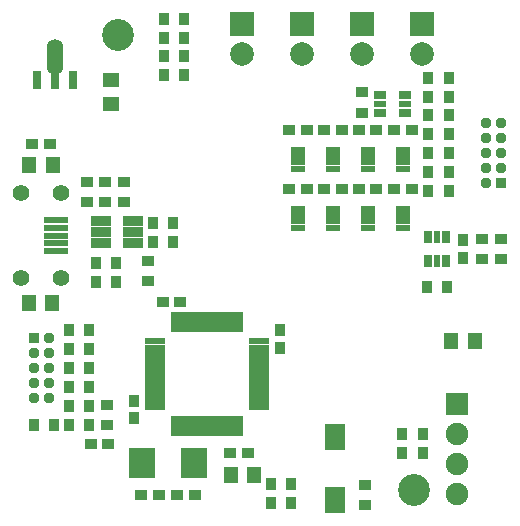
<source format=gbr>
%TF.GenerationSoftware,KiCad,Pcbnew,4.0.7-e2-6376~61~ubuntu18.04.1*%
%TF.CreationDate,2018-07-16T23:03:50+02:00*%
%TF.ProjectId,blackBoxProbe,626C61636B426F7850726F62652E6B69,rev?*%
%TF.FileFunction,Soldermask,Top*%
%FSLAX46Y46*%
G04 Gerber Fmt 4.6, Leading zero omitted, Abs format (unit mm)*
G04 Created by KiCad (PCBNEW 4.0.7-e2-6376~61~ubuntu18.04.1) date Mon Jul 16 23:03:50 2018*
%MOMM*%
%LPD*%
G01*
G04 APERTURE LIST*
%ADD10C,0.150000*%
%ADD11R,0.950000X1.000000*%
%ADD12R,2.300000X2.600000*%
%ADD13R,0.900000X1.100000*%
%ADD14R,0.600000X1.700000*%
%ADD15R,0.480000X1.700000*%
%ADD16R,1.700000X0.600000*%
%ADD17R,1.700000X0.480000*%
%ADD18C,2.700000*%
%ADD19R,1.200000X1.450000*%
%ADD20R,1.000000X0.950000*%
%ADD21R,1.450000X1.200000*%
%ADD22C,1.400000*%
%ADD23R,2.050000X0.600000*%
%ADD24R,1.900000X1.900000*%
%ADD25O,1.900000X1.900000*%
%ADD26R,1.100000X0.900000*%
%ADD27R,1.797660X2.198980*%
%ADD28R,1.760000X0.850000*%
%ADD29R,1.200000X0.600000*%
%ADD30R,1.200000X0.500000*%
%ADD31R,0.680000X1.600000*%
%ADD32O,1.400000X3.050000*%
%ADD33R,2.000000X2.000000*%
%ADD34C,2.000000*%
%ADD35R,0.950000X0.950000*%
%ADD36C,0.950000*%
%ADD37R,1.100000X0.800000*%
%ADD38R,1.100000X0.600000*%
%ADD39R,0.800000X1.100000*%
%ADD40R,0.600000X1.100000*%
G04 APERTURE END LIST*
D10*
D11*
X37500000Y-178950000D03*
X37500000Y-180450000D03*
D12*
X25800000Y-190200000D03*
X30200000Y-190200000D03*
D13*
X29350000Y-154200000D03*
X27650000Y-154200000D03*
D14*
X28490000Y-187125000D03*
D15*
X29050000Y-187125000D03*
X29550000Y-187125000D03*
X30050000Y-187125000D03*
X30550000Y-187125000D03*
X31050000Y-187125000D03*
X31550000Y-187125000D03*
X32050000Y-187125000D03*
X32550000Y-187125000D03*
X33050000Y-187125000D03*
X33550000Y-187125000D03*
D14*
X34110000Y-187125000D03*
D16*
X35725000Y-185510000D03*
D17*
X35725000Y-184950000D03*
X35725000Y-184450000D03*
X35725000Y-183950000D03*
X35725000Y-183450000D03*
X35725000Y-182950000D03*
X35725000Y-182450000D03*
X35725000Y-181950000D03*
X35725000Y-181450000D03*
X35725000Y-180950000D03*
X35725000Y-180450000D03*
D16*
X35725000Y-179890000D03*
D14*
X34110000Y-178275000D03*
D15*
X33550000Y-178275000D03*
X33050000Y-178275000D03*
X32550000Y-178275000D03*
X32050000Y-178275000D03*
X31550000Y-178275000D03*
X31050000Y-178275000D03*
X30550000Y-178275000D03*
X30050000Y-178275000D03*
X29550000Y-178275000D03*
X29050000Y-178275000D03*
D14*
X28490000Y-178275000D03*
D16*
X26875000Y-179890000D03*
D17*
X26875000Y-180450000D03*
X26875000Y-180950000D03*
X26875000Y-181450000D03*
X26875000Y-181950000D03*
X26875000Y-182450000D03*
X26875000Y-182950000D03*
X26875000Y-183450000D03*
X26875000Y-183950000D03*
X26875000Y-184450000D03*
X26875000Y-184950000D03*
D16*
X26875000Y-185510000D03*
D18*
X23800000Y-154000000D03*
X48800000Y-192500000D03*
D19*
X18250000Y-165000000D03*
X16250000Y-165000000D03*
X16210000Y-176690000D03*
X18210000Y-176690000D03*
D20*
X18000000Y-163200000D03*
X16500000Y-163200000D03*
D21*
X23150000Y-157825000D03*
X23150000Y-159825000D03*
D20*
X27550000Y-176600000D03*
X29050000Y-176600000D03*
D11*
X25100000Y-186450000D03*
X25100000Y-184950000D03*
D20*
X34750000Y-189400000D03*
X33250000Y-189400000D03*
D19*
X35300000Y-191200000D03*
X33300000Y-191200000D03*
D11*
X53000000Y-171350000D03*
X53000000Y-172850000D03*
D20*
X25750000Y-192900000D03*
X27250000Y-192900000D03*
X30250000Y-192900000D03*
X28750000Y-192900000D03*
D19*
X54000000Y-179900000D03*
X52000000Y-179900000D03*
D20*
X44150000Y-162000000D03*
X45650000Y-162000000D03*
X48650000Y-162000000D03*
X47150000Y-162000000D03*
X38250000Y-167000000D03*
X39750000Y-167000000D03*
X48650000Y-167000000D03*
X47150000Y-167000000D03*
X44150000Y-167000000D03*
X45650000Y-167000000D03*
X42750000Y-167000000D03*
X41250000Y-167000000D03*
X38250000Y-162000000D03*
X39750000Y-162000000D03*
X42750000Y-162000000D03*
X41250000Y-162000000D03*
D22*
X18975000Y-167395000D03*
X18975000Y-174545000D03*
X15525000Y-167395000D03*
D23*
X18550000Y-172270000D03*
X18550000Y-171620000D03*
X18550000Y-170970000D03*
X18550000Y-170320000D03*
X18550000Y-169670000D03*
D22*
X15525000Y-174545000D03*
D24*
X52450000Y-185260000D03*
D25*
X52450000Y-187800000D03*
X52450000Y-190340000D03*
X52450000Y-192880000D03*
D26*
X21100000Y-168150000D03*
X21100000Y-166450000D03*
D13*
X23600000Y-173300000D03*
X21900000Y-173300000D03*
X21900000Y-174900000D03*
X23600000Y-174900000D03*
X36750000Y-192000000D03*
X38450000Y-192000000D03*
X36750000Y-193600000D03*
X38450000Y-193600000D03*
D26*
X44700000Y-193750000D03*
X44700000Y-192050000D03*
X22700000Y-166450000D03*
X22700000Y-168150000D03*
D13*
X19650000Y-180600000D03*
X21350000Y-180600000D03*
X19650000Y-183800000D03*
X21350000Y-183800000D03*
D26*
X56200000Y-171250000D03*
X56200000Y-172950000D03*
X54600000Y-172950000D03*
X54600000Y-171250000D03*
X24300000Y-166450000D03*
X24300000Y-168150000D03*
D13*
X19650000Y-179000000D03*
X21350000Y-179000000D03*
X19650000Y-182200000D03*
X21350000Y-182200000D03*
X19650000Y-185400000D03*
X21350000Y-185400000D03*
D26*
X26300000Y-174850000D03*
X26300000Y-173150000D03*
X22800000Y-187050000D03*
X22800000Y-185350000D03*
D13*
X19650000Y-187000000D03*
X21350000Y-187000000D03*
X18350000Y-187000000D03*
X16650000Y-187000000D03*
X51750000Y-159200000D03*
X50050000Y-159200000D03*
X51750000Y-165600000D03*
X50050000Y-165600000D03*
X51750000Y-162400000D03*
X50050000Y-162400000D03*
D26*
X44400000Y-158850000D03*
X44400000Y-160550000D03*
D13*
X51750000Y-167200000D03*
X50050000Y-167200000D03*
X51750000Y-164000000D03*
X50050000Y-164000000D03*
X51750000Y-160800000D03*
X50050000Y-160800000D03*
X49950000Y-175300000D03*
X51650000Y-175300000D03*
X29350000Y-152600000D03*
X27650000Y-152600000D03*
X29350000Y-155800000D03*
X27650000Y-155800000D03*
X29350000Y-157400000D03*
X27650000Y-157400000D03*
X49550000Y-187800000D03*
X47850000Y-187800000D03*
X49550000Y-189400000D03*
X47850000Y-189400000D03*
D27*
X42100000Y-193397480D03*
X42100000Y-188002520D03*
D28*
X22300000Y-169700000D03*
X22300000Y-170650000D03*
X22300000Y-171600000D03*
X25000000Y-171600000D03*
X25000000Y-169700000D03*
X25000000Y-170650000D03*
D29*
X39000000Y-168700000D03*
D30*
X39000000Y-169250000D03*
X39000000Y-169750000D03*
D29*
X39000000Y-170300000D03*
X42000000Y-170300000D03*
D30*
X42000000Y-169750000D03*
X42000000Y-169250000D03*
D29*
X42000000Y-168700000D03*
X44900000Y-163700000D03*
D30*
X44900000Y-164250000D03*
X44900000Y-164750000D03*
D29*
X44900000Y-165300000D03*
X47900000Y-165300000D03*
D30*
X47900000Y-164750000D03*
X47900000Y-164250000D03*
D29*
X47900000Y-163700000D03*
X44900000Y-168700000D03*
D30*
X44900000Y-169250000D03*
X44900000Y-169750000D03*
D29*
X44900000Y-170300000D03*
X47900000Y-170300000D03*
D30*
X47900000Y-169750000D03*
X47900000Y-169250000D03*
D29*
X47900000Y-168700000D03*
X39000000Y-163700000D03*
D30*
X39000000Y-164250000D03*
X39000000Y-164750000D03*
D29*
X39000000Y-165300000D03*
X42000000Y-165300000D03*
D30*
X42000000Y-164750000D03*
X42000000Y-164250000D03*
D29*
X42000000Y-163700000D03*
D31*
X16930000Y-157820000D03*
X18430000Y-157820000D03*
X19930000Y-157820000D03*
D32*
X18430000Y-155820000D03*
D33*
X34290000Y-153035000D03*
D34*
X34290000Y-155575000D03*
D33*
X39370000Y-153035000D03*
D34*
X39370000Y-155575000D03*
D33*
X44450000Y-153035000D03*
D34*
X44450000Y-155575000D03*
D33*
X49530000Y-153035000D03*
D34*
X49530000Y-155575000D03*
D13*
X28450000Y-169900000D03*
X26750000Y-169900000D03*
X28450000Y-171500000D03*
X26750000Y-171500000D03*
D35*
X16665000Y-179660000D03*
D36*
X17935000Y-179660000D03*
X16665000Y-180930000D03*
X17935000Y-180930000D03*
X16665000Y-182200000D03*
X17935000Y-182200000D03*
X16665000Y-183470000D03*
X17935000Y-183470000D03*
X16665000Y-184740000D03*
X17935000Y-184740000D03*
D35*
X56235000Y-166540000D03*
D36*
X54965000Y-166540000D03*
X56235000Y-165270000D03*
X54965000Y-165270000D03*
X56235000Y-164000000D03*
X54965000Y-164000000D03*
X56235000Y-162730000D03*
X54965000Y-162730000D03*
X56235000Y-161460000D03*
X54965000Y-161460000D03*
D20*
X22950000Y-188600000D03*
X21450000Y-188600000D03*
D37*
X48050000Y-159050000D03*
D38*
X48050000Y-159800000D03*
D37*
X48050000Y-160550000D03*
X45950000Y-159050000D03*
D38*
X45950000Y-159800000D03*
D37*
X45950000Y-160550000D03*
D39*
X51550000Y-173150000D03*
D40*
X50800000Y-173150000D03*
D39*
X50050000Y-173150000D03*
X51550000Y-171050000D03*
D40*
X50800000Y-171050000D03*
D39*
X50050000Y-171050000D03*
D13*
X51750000Y-157600000D03*
X50050000Y-157600000D03*
M02*

</source>
